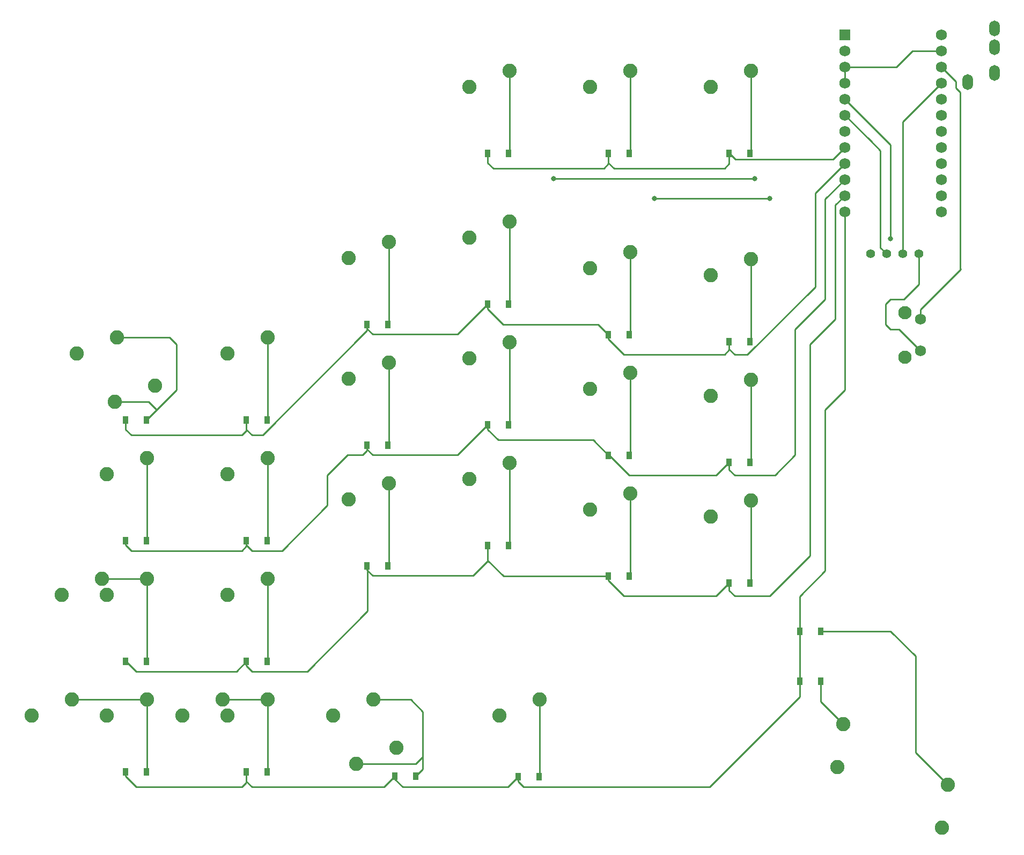
<source format=gbl>
G04 #@! TF.GenerationSoftware,KiCad,Pcbnew,5.1.10*
G04 #@! TF.CreationDate,2022-03-09T15:21:35-05:00*
G04 #@! TF.ProjectId,bourbondox2_left,626f7572-626f-46e6-946f-78325f6c6566,rev?*
G04 #@! TF.SameCoordinates,Original*
G04 #@! TF.FileFunction,Copper,L2,Bot*
G04 #@! TF.FilePolarity,Positive*
%FSLAX46Y46*%
G04 Gerber Fmt 4.6, Leading zero omitted, Abs format (unit mm)*
G04 Created by KiCad (PCBNEW 5.1.10) date 2022-03-09 15:21:35*
%MOMM*%
%LPD*%
G01*
G04 APERTURE LIST*
G04 #@! TA.AperFunction,ComponentPad*
%ADD10C,2.250000*%
G04 #@! TD*
G04 #@! TA.AperFunction,ComponentPad*
%ADD11C,1.752600*%
G04 #@! TD*
G04 #@! TA.AperFunction,ComponentPad*
%ADD12R,1.752600X1.752600*%
G04 #@! TD*
G04 #@! TA.AperFunction,ComponentPad*
%ADD13C,2.100000*%
G04 #@! TD*
G04 #@! TA.AperFunction,ComponentPad*
%ADD14C,1.750000*%
G04 #@! TD*
G04 #@! TA.AperFunction,ComponentPad*
%ADD15C,1.397000*%
G04 #@! TD*
G04 #@! TA.AperFunction,ComponentPad*
%ADD16O,1.700000X2.500000*%
G04 #@! TD*
G04 #@! TA.AperFunction,SMDPad,CuDef*
%ADD17R,0.900000X1.200000*%
G04 #@! TD*
G04 #@! TA.AperFunction,ViaPad*
%ADD18C,0.800000*%
G04 #@! TD*
G04 #@! TA.AperFunction,Conductor*
%ADD19C,0.250000*%
G04 #@! TD*
G04 APERTURE END LIST*
D10*
G04 #@! TO.P,MX42_2,2*
G04 #@! TO.N,Net-(D42-Pad2)*
X147779290Y-127481100D03*
G04 #@! TO.P,MX42_2,1*
G04 #@! TO.N,col2*
X141429290Y-130021100D03*
G04 #@! TD*
G04 #@! TO.P,MX41_2,2*
G04 #@! TO.N,Net-(D41-Pad2)*
X123966790Y-127481100D03*
G04 #@! TO.P,MX41_2,1*
G04 #@! TO.N,col1*
X117616790Y-130021100D03*
G04 #@! TD*
G04 #@! TO.P,MX40_2,2*
G04 #@! TO.N,Net-(D40-Pad2)*
X100154290Y-127481100D03*
G04 #@! TO.P,MX40_2,1*
G04 #@! TO.N,col0*
X93804290Y-130021100D03*
G04 #@! TD*
G04 #@! TO.P,MX30_2,2*
G04 #@! TO.N,Net-(D30-Pad2)*
X104921050Y-108435140D03*
G04 #@! TO.P,MX30_2,1*
G04 #@! TO.N,col0*
X98571050Y-110975140D03*
G04 #@! TD*
G04 #@! TO.P,MX10_2,2*
G04 #@! TO.N,Net-(D10-Pad2)*
X107302300Y-70335140D03*
G04 #@! TO.P,MX10_2,1*
G04 #@! TO.N,col0*
X100952300Y-72875140D03*
G04 #@! TD*
G04 #@! TO.P,MX45,2*
G04 #@! TO.N,Net-(D45-Pad2)*
X238443502Y-140918770D03*
G04 #@! TO.P,MX45,1*
G04 #@! TO.N,col5*
X237468206Y-147688032D03*
G04 #@! TD*
G04 #@! TO.P,MX44,2*
G04 #@! TO.N,Net-(D44-Pad2)*
X221945718Y-131393769D03*
G04 #@! TO.P,MX44,1*
G04 #@! TO.N,col4*
X220970422Y-138163031D03*
G04 #@! TD*
G04 #@! TO.P,MX43,2*
G04 #@! TO.N,Net-(D43-Pad2)*
X173973040Y-127481100D03*
G04 #@! TO.P,MX43,1*
G04 #@! TO.N,col3*
X167623040Y-130021100D03*
G04 #@! TD*
D11*
G04 #@! TO.P,U1,24*
G04 #@! TO.N,Net-(U1-Pad24)*
X237410000Y-22542500D03*
G04 #@! TO.P,U1,12*
G04 #@! TO.N,row4*
X222170000Y-50482500D03*
G04 #@! TO.P,U1,23*
G04 #@! TO.N,GND*
X237410000Y-25082500D03*
G04 #@! TO.P,U1,22*
G04 #@! TO.N,RESET*
X237410000Y-27622500D03*
G04 #@! TO.P,U1,21*
G04 #@! TO.N,VCC*
X237410000Y-30162500D03*
G04 #@! TO.P,U1,20*
G04 #@! TO.N,Net-(U1-Pad20)*
X237410000Y-32702500D03*
G04 #@! TO.P,U1,19*
G04 #@! TO.N,Net-(U1-Pad19)*
X237410000Y-35242500D03*
G04 #@! TO.P,U1,18*
G04 #@! TO.N,col0*
X237410000Y-37782500D03*
G04 #@! TO.P,U1,17*
G04 #@! TO.N,col1*
X237410000Y-40322500D03*
G04 #@! TO.P,U1,16*
G04 #@! TO.N,col2*
X237410000Y-42862500D03*
G04 #@! TO.P,U1,15*
G04 #@! TO.N,col3*
X237410000Y-45402500D03*
G04 #@! TO.P,U1,14*
G04 #@! TO.N,col4*
X237410000Y-47942500D03*
G04 #@! TO.P,U1,13*
G04 #@! TO.N,col5*
X237410000Y-50482500D03*
G04 #@! TO.P,U1,11*
G04 #@! TO.N,row3*
X222170000Y-47942500D03*
G04 #@! TO.P,U1,10*
G04 #@! TO.N,row2*
X222170000Y-45402500D03*
G04 #@! TO.P,U1,9*
G04 #@! TO.N,row1*
X222170000Y-42862500D03*
G04 #@! TO.P,U1,8*
G04 #@! TO.N,row0*
X222170000Y-40322500D03*
G04 #@! TO.P,U1,7*
G04 #@! TO.N,Net-(U1-Pad7)*
X222170000Y-37782500D03*
G04 #@! TO.P,U1,6*
G04 #@! TO.N,SCL*
X222170000Y-35242500D03*
G04 #@! TO.P,U1,5*
G04 #@! TO.N,SDA*
X222170000Y-32702500D03*
G04 #@! TO.P,U1,4*
G04 #@! TO.N,GND*
X222170000Y-30162500D03*
G04 #@! TO.P,U1,3*
X222170000Y-27622500D03*
G04 #@! TO.P,U1,2*
G04 #@! TO.N,DATA*
X222170000Y-25082500D03*
D12*
G04 #@! TO.P,U1,1*
G04 #@! TO.N,Net-(U1-Pad1)*
X222170000Y-22542500D03*
G04 #@! TD*
D13*
G04 #@! TO.P,SW1,*
G04 #@! TO.N,*
X231666250Y-66468750D03*
D14*
G04 #@! TO.P,SW1,1*
G04 #@! TO.N,RESET*
X234156250Y-67468750D03*
G04 #@! TO.P,SW1,2*
G04 #@! TO.N,GND*
X234156250Y-72468750D03*
D13*
G04 #@! TO.P,SW1,*
G04 #@! TO.N,*
X231666250Y-73478750D03*
G04 #@! TD*
D15*
G04 #@! TO.P,OL1,4*
G04 #@! TO.N,GND*
X233838750Y-57150000D03*
G04 #@! TO.P,OL1,3*
G04 #@! TO.N,VCC*
X231298750Y-57150000D03*
G04 #@! TO.P,OL1,2*
G04 #@! TO.N,SCL*
X228758750Y-57150000D03*
G04 #@! TO.P,OL1,1*
G04 #@! TO.N,SDA*
X226218750Y-57150000D03*
G04 #@! TD*
D10*
G04 #@! TO.P,MX42,2*
G04 #@! TO.N,Net-(D42-Pad2)*
X145080540Y-137641100D03*
G04 #@! TO.P,MX42,1*
G04 #@! TO.N,col2*
X151430540Y-135101100D03*
G04 #@! TD*
G04 #@! TO.P,MX41,2*
G04 #@! TO.N,Net-(D41-Pad2)*
X131110540Y-127481100D03*
G04 #@! TO.P,MX41,1*
G04 #@! TO.N,col1*
X124760540Y-130021100D03*
G04 #@! TD*
G04 #@! TO.P,MX40,2*
G04 #@! TO.N,Net-(D40-Pad2)*
X112060540Y-127481100D03*
G04 #@! TO.P,MX40,1*
G04 #@! TO.N,col0*
X105710540Y-130021100D03*
G04 #@! TD*
G04 #@! TO.P,MX35,2*
G04 #@! TO.N,Net-(D35-Pad2)*
X207327500Y-96045520D03*
G04 #@! TO.P,MX35,1*
G04 #@! TO.N,col5*
X200977500Y-98585520D03*
G04 #@! TD*
G04 #@! TO.P,MX34,2*
G04 #@! TO.N,Net-(D34-Pad2)*
X188277500Y-94965520D03*
G04 #@! TO.P,MX34,1*
G04 #@! TO.N,col4*
X181927500Y-97505520D03*
G04 #@! TD*
G04 #@! TO.P,MX33,2*
G04 #@! TO.N,Net-(D33-Pad2)*
X169227500Y-90170000D03*
G04 #@! TO.P,MX33,1*
G04 #@! TO.N,col3*
X162877500Y-92710000D03*
G04 #@! TD*
G04 #@! TO.P,MX32,2*
G04 #@! TO.N,Net-(D32-Pad2)*
X150177500Y-93345000D03*
G04 #@! TO.P,MX32,1*
G04 #@! TO.N,col2*
X143827500Y-95885000D03*
G04 #@! TD*
G04 #@! TO.P,MX31,2*
G04 #@! TO.N,Net-(D31-Pad2)*
X131114800Y-108435140D03*
G04 #@! TO.P,MX31,1*
G04 #@! TO.N,col1*
X124764800Y-110975140D03*
G04 #@! TD*
G04 #@! TO.P,MX30,2*
G04 #@! TO.N,Net-(D30-Pad2)*
X112064800Y-108435140D03*
G04 #@! TO.P,MX30,1*
G04 #@! TO.N,col0*
X105714800Y-110975140D03*
G04 #@! TD*
G04 #@! TO.P,MX25,2*
G04 #@! TO.N,Net-(D25-Pad2)*
X207327500Y-76995520D03*
G04 #@! TO.P,MX25,1*
G04 #@! TO.N,col5*
X200977500Y-79535520D03*
G04 #@! TD*
G04 #@! TO.P,MX24,2*
G04 #@! TO.N,Net-(D24-Pad2)*
X188277500Y-75915520D03*
G04 #@! TO.P,MX24,1*
G04 #@! TO.N,col4*
X181927500Y-78455520D03*
G04 #@! TD*
G04 #@! TO.P,MX23,2*
G04 #@! TO.N,Net-(D23-Pad2)*
X169227500Y-71120000D03*
G04 #@! TO.P,MX23,1*
G04 #@! TO.N,col3*
X162877500Y-73660000D03*
G04 #@! TD*
G04 #@! TO.P,MX22,2*
G04 #@! TO.N,Net-(D22-Pad2)*
X150177500Y-74295000D03*
G04 #@! TO.P,MX22,1*
G04 #@! TO.N,col2*
X143827500Y-76835000D03*
G04 #@! TD*
G04 #@! TO.P,MX21,2*
G04 #@! TO.N,Net-(D21-Pad2)*
X131114800Y-89385140D03*
G04 #@! TO.P,MX21,1*
G04 #@! TO.N,col1*
X124764800Y-91925140D03*
G04 #@! TD*
G04 #@! TO.P,MX20,2*
G04 #@! TO.N,Net-(D20-Pad2)*
X112064800Y-89385140D03*
G04 #@! TO.P,MX20,1*
G04 #@! TO.N,col0*
X105714800Y-91925140D03*
G04 #@! TD*
G04 #@! TO.P,MX15,2*
G04 #@! TO.N,Net-(D15-Pad2)*
X207327500Y-57945520D03*
G04 #@! TO.P,MX15,1*
G04 #@! TO.N,col5*
X200977500Y-60485520D03*
G04 #@! TD*
G04 #@! TO.P,MX14,2*
G04 #@! TO.N,Net-(D14-Pad2)*
X188277500Y-56865520D03*
G04 #@! TO.P,MX14,1*
G04 #@! TO.N,col4*
X181927500Y-59405520D03*
G04 #@! TD*
G04 #@! TO.P,MX13,2*
G04 #@! TO.N,Net-(D13-Pad2)*
X169227500Y-52070000D03*
G04 #@! TO.P,MX13,1*
G04 #@! TO.N,col3*
X162877500Y-54610000D03*
G04 #@! TD*
G04 #@! TO.P,MX12,2*
G04 #@! TO.N,Net-(D12-Pad2)*
X150177500Y-55245000D03*
G04 #@! TO.P,MX12,1*
G04 #@! TO.N,col2*
X143827500Y-57785000D03*
G04 #@! TD*
G04 #@! TO.P,MX11,2*
G04 #@! TO.N,Net-(D11-Pad2)*
X131114800Y-70335140D03*
G04 #@! TO.P,MX11,1*
G04 #@! TO.N,col1*
X124764800Y-72875140D03*
G04 #@! TD*
G04 #@! TO.P,MX10,2*
G04 #@! TO.N,Net-(D10-Pad2)*
X106984800Y-80495140D03*
G04 #@! TO.P,MX10,1*
G04 #@! TO.N,col0*
X113334800Y-77955140D03*
G04 #@! TD*
G04 #@! TO.P,MX05,2*
G04 #@! TO.N,Net-(D05-Pad2)*
X207327500Y-28257500D03*
G04 #@! TO.P,MX05,1*
G04 #@! TO.N,col5*
X200977500Y-30797500D03*
G04 #@! TD*
G04 #@! TO.P,MX04,2*
G04 #@! TO.N,Net-(D04-Pad2)*
X188277500Y-28257500D03*
G04 #@! TO.P,MX04,1*
G04 #@! TO.N,col4*
X181927500Y-30797500D03*
G04 #@! TD*
G04 #@! TO.P,MX03,2*
G04 #@! TO.N,Net-(D03-Pad2)*
X169227500Y-28257500D03*
G04 #@! TO.P,MX03,1*
G04 #@! TO.N,col3*
X162877500Y-30797500D03*
G04 #@! TD*
D16*
G04 #@! TO.P,J1,A*
G04 #@! TO.N,Net-(J1-PadA)*
X241581250Y-30056250D03*
G04 #@! TO.P,J1,D*
G04 #@! TO.N,VCC*
X245781250Y-28556250D03*
G04 #@! TO.P,J1,C*
G04 #@! TO.N,GND*
X245781250Y-24556250D03*
G04 #@! TO.P,J1,B*
G04 #@! TO.N,DATA*
X245781250Y-21556250D03*
G04 #@! TD*
D17*
G04 #@! TO.P,D45,2*
G04 #@! TO.N,Net-(D45-Pad2)*
X218343750Y-116681250D03*
G04 #@! TO.P,D45,1*
G04 #@! TO.N,row4*
X215043750Y-116681250D03*
G04 #@! TD*
G04 #@! TO.P,D44,2*
G04 #@! TO.N,Net-(D44-Pad2)*
X218343750Y-124618750D03*
G04 #@! TO.P,D44,1*
G04 #@! TO.N,row4*
X215043750Y-124618750D03*
G04 #@! TD*
G04 #@! TO.P,D43,2*
G04 #@! TO.N,Net-(D43-Pad2)*
X173893750Y-139700000D03*
G04 #@! TO.P,D43,1*
G04 #@! TO.N,row4*
X170593750Y-139700000D03*
G04 #@! TD*
G04 #@! TO.P,D42,2*
G04 #@! TO.N,Net-(D42-Pad2)*
X154480000Y-139570000D03*
G04 #@! TO.P,D42,1*
G04 #@! TO.N,row4*
X151180000Y-139570000D03*
G04 #@! TD*
G04 #@! TO.P,D41,2*
G04 #@! TO.N,Net-(D41-Pad2)*
X131014290Y-138911100D03*
G04 #@! TO.P,D41,1*
G04 #@! TO.N,row4*
X127714290Y-138911100D03*
G04 #@! TD*
G04 #@! TO.P,D40,2*
G04 #@! TO.N,Net-(D40-Pad2)*
X111964290Y-138911100D03*
G04 #@! TO.P,D40,1*
G04 #@! TO.N,row4*
X108664290Y-138911100D03*
G04 #@! TD*
G04 #@! TO.P,D35,2*
G04 #@! TO.N,Net-(D35-Pad2)*
X207231250Y-109063020D03*
G04 #@! TO.P,D35,1*
G04 #@! TO.N,row3*
X203931250Y-109063020D03*
G04 #@! TD*
G04 #@! TO.P,D34,2*
G04 #@! TO.N,Net-(D34-Pad2)*
X188181250Y-107983020D03*
G04 #@! TO.P,D34,1*
G04 #@! TO.N,row3*
X184881250Y-107983020D03*
G04 #@! TD*
G04 #@! TO.P,D33,2*
G04 #@! TO.N,Net-(D33-Pad2)*
X169131250Y-103187500D03*
G04 #@! TO.P,D33,1*
G04 #@! TO.N,row3*
X165831250Y-103187500D03*
G04 #@! TD*
G04 #@! TO.P,D32,2*
G04 #@! TO.N,Net-(D32-Pad2)*
X150081250Y-106362500D03*
G04 #@! TO.P,D32,1*
G04 #@! TO.N,row3*
X146781250Y-106362500D03*
G04 #@! TD*
G04 #@! TO.P,D31,2*
G04 #@! TO.N,Net-(D31-Pad2)*
X131018550Y-121452640D03*
G04 #@! TO.P,D31,1*
G04 #@! TO.N,row3*
X127718550Y-121452640D03*
G04 #@! TD*
G04 #@! TO.P,D30,2*
G04 #@! TO.N,Net-(D30-Pad2)*
X111968550Y-121452640D03*
G04 #@! TO.P,D30,1*
G04 #@! TO.N,row3*
X108668550Y-121452640D03*
G04 #@! TD*
G04 #@! TO.P,D25,2*
G04 #@! TO.N,Net-(D25-Pad2)*
X207231250Y-90013020D03*
G04 #@! TO.P,D25,1*
G04 #@! TO.N,row2*
X203931250Y-90013020D03*
G04 #@! TD*
G04 #@! TO.P,D24,2*
G04 #@! TO.N,Net-(D24-Pad2)*
X188181250Y-88933020D03*
G04 #@! TO.P,D24,1*
G04 #@! TO.N,row2*
X184881250Y-88933020D03*
G04 #@! TD*
G04 #@! TO.P,D23,2*
G04 #@! TO.N,Net-(D23-Pad2)*
X169131250Y-84137500D03*
G04 #@! TO.P,D23,1*
G04 #@! TO.N,row2*
X165831250Y-84137500D03*
G04 #@! TD*
G04 #@! TO.P,D22,2*
G04 #@! TO.N,Net-(D22-Pad2)*
X150081250Y-87312500D03*
G04 #@! TO.P,D22,1*
G04 #@! TO.N,row2*
X146781250Y-87312500D03*
G04 #@! TD*
G04 #@! TO.P,D21,2*
G04 #@! TO.N,Net-(D21-Pad2)*
X131018550Y-102402640D03*
G04 #@! TO.P,D21,1*
G04 #@! TO.N,row2*
X127718550Y-102402640D03*
G04 #@! TD*
G04 #@! TO.P,D20,2*
G04 #@! TO.N,Net-(D20-Pad2)*
X111968550Y-102402640D03*
G04 #@! TO.P,D20,1*
G04 #@! TO.N,row2*
X108668550Y-102402640D03*
G04 #@! TD*
G04 #@! TO.P,D15,2*
G04 #@! TO.N,Net-(D15-Pad2)*
X207231250Y-70963020D03*
G04 #@! TO.P,D15,1*
G04 #@! TO.N,row1*
X203931250Y-70963020D03*
G04 #@! TD*
G04 #@! TO.P,D14,2*
G04 #@! TO.N,Net-(D14-Pad2)*
X188181250Y-69883020D03*
G04 #@! TO.P,D14,1*
G04 #@! TO.N,row1*
X184881250Y-69883020D03*
G04 #@! TD*
G04 #@! TO.P,D13,2*
G04 #@! TO.N,Net-(D13-Pad2)*
X169131250Y-65087500D03*
G04 #@! TO.P,D13,1*
G04 #@! TO.N,row1*
X165831250Y-65087500D03*
G04 #@! TD*
G04 #@! TO.P,D12,2*
G04 #@! TO.N,Net-(D12-Pad2)*
X150081250Y-68262500D03*
G04 #@! TO.P,D12,1*
G04 #@! TO.N,row1*
X146781250Y-68262500D03*
G04 #@! TD*
G04 #@! TO.P,D11,2*
G04 #@! TO.N,Net-(D11-Pad2)*
X131018550Y-83352640D03*
G04 #@! TO.P,D11,1*
G04 #@! TO.N,row1*
X127718550Y-83352640D03*
G04 #@! TD*
G04 #@! TO.P,D10,2*
G04 #@! TO.N,Net-(D10-Pad2)*
X111968550Y-83352640D03*
G04 #@! TO.P,D10,1*
G04 #@! TO.N,row1*
X108668550Y-83352640D03*
G04 #@! TD*
G04 #@! TO.P,D05,2*
G04 #@! TO.N,Net-(D05-Pad2)*
X207231250Y-41275000D03*
G04 #@! TO.P,D05,1*
G04 #@! TO.N,row0*
X203931250Y-41275000D03*
G04 #@! TD*
G04 #@! TO.P,D04,2*
G04 #@! TO.N,Net-(D04-Pad2)*
X188181250Y-41275000D03*
G04 #@! TO.P,D04,1*
G04 #@! TO.N,row0*
X184881250Y-41275000D03*
G04 #@! TD*
G04 #@! TO.P,D03,2*
G04 #@! TO.N,Net-(D03-Pad2)*
X169131250Y-41275000D03*
G04 #@! TO.P,D03,1*
G04 #@! TO.N,row0*
X165831250Y-41275000D03*
G04 #@! TD*
D18*
G04 #@! TO.N,col3*
X176212500Y-45243750D03*
X207962500Y-45243750D03*
G04 #@! TO.N,col4*
X192087500Y-48418750D03*
X210343750Y-48418750D03*
G04 #@! TO.N,SDA*
X229393750Y-54768750D03*
G04 #@! TD*
D19*
G04 #@! TO.N,row0*
X165831250Y-41275000D02*
X165831250Y-42800000D01*
X165831250Y-42800000D02*
X166687500Y-43656250D01*
X166687500Y-43656250D02*
X184150000Y-43656250D01*
X184881250Y-42925000D02*
X184881250Y-41275000D01*
X184150000Y-43656250D02*
X184881250Y-42925000D01*
X203200000Y-43656250D02*
X203931250Y-42925000D01*
X185737500Y-43656250D02*
X203200000Y-43656250D01*
X184881250Y-42800000D02*
X185737500Y-43656250D01*
X203931250Y-42925000D02*
X203931250Y-41275000D01*
X184881250Y-41275000D02*
X184881250Y-42800000D01*
X203931250Y-41275000D02*
X203993750Y-41275000D01*
X220292499Y-42200001D02*
X222170000Y-40322500D01*
X204918751Y-42200001D02*
X220292499Y-42200001D01*
X203993750Y-41275000D02*
X204918751Y-42200001D01*
G04 #@! TO.N,row1*
X108668550Y-83352640D02*
X108668550Y-84856050D01*
X108668550Y-84856050D02*
X109537500Y-85725000D01*
X109537500Y-85725000D02*
X127000000Y-85725000D01*
X127000000Y-85725000D02*
X127793750Y-84931250D01*
X127718550Y-84856050D02*
X127718550Y-83352640D01*
X127793750Y-84931250D02*
X127718550Y-84856050D01*
X127718550Y-84856050D02*
X128587500Y-85725000D01*
X146781250Y-69224942D02*
X146781250Y-68262500D01*
X130281192Y-85725000D02*
X146781250Y-69224942D01*
X128587500Y-85725000D02*
X130281192Y-85725000D01*
X146781250Y-68262500D02*
X146781250Y-68993750D01*
X146781250Y-68993750D02*
X147637500Y-69850000D01*
X161068750Y-69850000D02*
X165831250Y-65087500D01*
X147637500Y-69850000D02*
X161068750Y-69850000D01*
X165831250Y-65087500D02*
X165831250Y-65818750D01*
X165831250Y-65818750D02*
X168275000Y-68262500D01*
X183260730Y-68262500D02*
X184881250Y-69883020D01*
X168275000Y-68262500D02*
X183260730Y-68262500D01*
X184881250Y-69883020D02*
X184881250Y-70581250D01*
X184881250Y-70581250D02*
X187325000Y-73025000D01*
X187325000Y-73025000D02*
X203200000Y-73025000D01*
X203931250Y-72293750D02*
X203931250Y-70963020D01*
X203200000Y-73025000D02*
X203931250Y-72293750D01*
X203931250Y-70963020D02*
X203931250Y-72168750D01*
X203931250Y-72168750D02*
X204787500Y-73025000D01*
X206804272Y-73025000D02*
X217487500Y-62341772D01*
X204787500Y-73025000D02*
X206804272Y-73025000D01*
X217487500Y-47545000D02*
X222170000Y-42862500D01*
X217487500Y-62341772D02*
X217487500Y-47545000D01*
G04 #@! TO.N,Net-(D10-Pad2)*
X107302300Y-70335140D02*
X115578890Y-70335140D01*
X115578890Y-70335140D02*
X116681250Y-71437500D01*
X116681250Y-71437500D02*
X116681250Y-78639940D01*
X106984800Y-80495140D02*
X112245140Y-80495140D01*
X112245140Y-80495140D02*
X113535595Y-81785595D01*
X113535595Y-81785595D02*
X111968550Y-83352640D01*
X116681250Y-78639940D02*
X113535595Y-81785595D01*
G04 #@! TO.N,Net-(D11-Pad2)*
X131114800Y-83256390D02*
X131018550Y-83352640D01*
X131114800Y-70335140D02*
X131114800Y-83256390D01*
G04 #@! TO.N,Net-(D12-Pad2)*
X150177500Y-68166250D02*
X150081250Y-68262500D01*
X150177500Y-55245000D02*
X150177500Y-68166250D01*
G04 #@! TO.N,Net-(D13-Pad2)*
X169227500Y-64991250D02*
X169131250Y-65087500D01*
X169227500Y-52070000D02*
X169227500Y-64991250D01*
G04 #@! TO.N,row2*
X108668550Y-102402640D02*
X108668550Y-103112300D01*
X108668550Y-103112300D02*
X109537500Y-103981250D01*
X109537500Y-103981250D02*
X127000000Y-103981250D01*
X127718550Y-103262700D02*
X127718550Y-102402640D01*
X127000000Y-103981250D02*
X127718550Y-103262700D01*
X127718550Y-102402640D02*
X127718550Y-103112300D01*
X127718550Y-103112300D02*
X128587500Y-103981250D01*
X128587500Y-103981250D02*
X133350000Y-103981250D01*
X133350000Y-103981250D02*
X140493750Y-96837500D01*
X140493750Y-96837500D02*
X140493750Y-92075000D01*
X140493750Y-92075000D02*
X143668750Y-88900000D01*
X143668750Y-88900000D02*
X146050000Y-88900000D01*
X146781250Y-88168750D02*
X146781250Y-87312500D01*
X146050000Y-88900000D02*
X146781250Y-88168750D01*
X146781250Y-87312500D02*
X146781250Y-88043750D01*
X146781250Y-88043750D02*
X147637500Y-88900000D01*
X161068750Y-88900000D02*
X165831250Y-84137500D01*
X147637500Y-88900000D02*
X161068750Y-88900000D01*
X165831250Y-84137500D02*
X165831250Y-84868750D01*
X165831250Y-84868750D02*
X167481250Y-86518750D01*
X182466980Y-86518750D02*
X184881250Y-88933020D01*
X167481250Y-86518750D02*
X182466980Y-86518750D01*
X184881250Y-88933020D02*
X184976770Y-88933020D01*
X184976770Y-88933020D02*
X188118750Y-92075000D01*
X201869270Y-92075000D02*
X203931250Y-90013020D01*
X188118750Y-92075000D02*
X201869270Y-92075000D01*
X219075000Y-48497500D02*
X222170000Y-45402500D01*
X219075000Y-64293750D02*
X219075000Y-48497500D01*
X214312500Y-69056250D02*
X219075000Y-64293750D01*
X214312500Y-88900000D02*
X214312500Y-69056250D01*
X211137500Y-92075000D02*
X214312500Y-88900000D01*
X203931250Y-91218750D02*
X204787500Y-92075000D01*
X204787500Y-92075000D02*
X211137500Y-92075000D01*
X203931250Y-90013020D02*
X203931250Y-91218750D01*
G04 #@! TO.N,Net-(D14-Pad2)*
X188277500Y-69786770D02*
X188181250Y-69883020D01*
X188277500Y-56865520D02*
X188277500Y-69786770D01*
G04 #@! TO.N,Net-(D15-Pad2)*
X207327500Y-70866770D02*
X207231250Y-70963020D01*
X207327500Y-57945520D02*
X207327500Y-70866770D01*
G04 #@! TO.N,row3*
X108668550Y-121452640D02*
X108752640Y-121452640D01*
X108752640Y-121452640D02*
X110331250Y-123031250D01*
X126139940Y-123031250D02*
X127718550Y-121452640D01*
X110331250Y-123031250D02*
X126139940Y-123031250D01*
X146843750Y-106425000D02*
X146781250Y-106362500D01*
X137318750Y-123031250D02*
X146843750Y-113506250D01*
X146843750Y-113506250D02*
X146843750Y-106425000D01*
X128587500Y-123031250D02*
X137318750Y-123031250D01*
X127718550Y-122162300D02*
X128587500Y-123031250D01*
X127718550Y-121452640D02*
X127718550Y-122162300D01*
X146781250Y-106362500D02*
X146781250Y-107093750D01*
X146781250Y-107093750D02*
X147637500Y-107950000D01*
X147637500Y-107950000D02*
X163512500Y-107950000D01*
X165831250Y-105631250D02*
X165831250Y-103187500D01*
X163512500Y-107950000D02*
X165831250Y-105631250D01*
X165831250Y-103187500D02*
X165831250Y-105506250D01*
X168308020Y-107983020D02*
X184881250Y-107983020D01*
X165831250Y-105506250D02*
X168308020Y-107983020D01*
X184881250Y-107983020D02*
X184881250Y-108681250D01*
X184881250Y-108681250D02*
X187325000Y-111125000D01*
X201869270Y-111125000D02*
X203931250Y-109063020D01*
X187325000Y-111125000D02*
X201869270Y-111125000D01*
X203931250Y-109063020D02*
X203931250Y-110268750D01*
X203931250Y-110268750D02*
X204787500Y-111125000D01*
X204787500Y-111125000D02*
X210343750Y-111125000D01*
X210343750Y-111125000D02*
X216693750Y-104775000D01*
X216693750Y-104775000D02*
X216693750Y-71437500D01*
X216693750Y-71437500D02*
X220662500Y-67468750D01*
X220662500Y-49450000D02*
X222170000Y-47942500D01*
X220662500Y-67468750D02*
X220662500Y-49450000D01*
G04 #@! TO.N,Net-(D20-Pad2)*
X112064800Y-102306390D02*
X111968550Y-102402640D01*
X112064800Y-89385140D02*
X112064800Y-102306390D01*
G04 #@! TO.N,Net-(D21-Pad2)*
X131114800Y-102306390D02*
X131018550Y-102402640D01*
X131114800Y-89385140D02*
X131114800Y-102306390D01*
G04 #@! TO.N,Net-(D22-Pad2)*
X150177500Y-87216250D02*
X150081250Y-87312500D01*
X150177500Y-74295000D02*
X150177500Y-87216250D01*
G04 #@! TO.N,Net-(D23-Pad2)*
X169227500Y-84041250D02*
X169131250Y-84137500D01*
X169227500Y-71120000D02*
X169227500Y-84041250D01*
G04 #@! TO.N,Net-(D24-Pad2)*
X188277500Y-88836770D02*
X188181250Y-88933020D01*
X188277500Y-75915520D02*
X188277500Y-88836770D01*
G04 #@! TO.N,Net-(D25-Pad2)*
X207327500Y-89916770D02*
X207231250Y-90013020D01*
X207327500Y-76995520D02*
X207327500Y-89916770D01*
G04 #@! TO.N,row4*
X108664290Y-138911100D02*
X108664290Y-139620540D01*
X108664290Y-139620540D02*
X110331250Y-141287500D01*
X110331250Y-141287500D02*
X127000000Y-141287500D01*
X127714290Y-140573210D02*
X127714290Y-138911100D01*
X127000000Y-141287500D02*
X127714290Y-140573210D01*
X127714290Y-138911100D02*
X127714290Y-140414290D01*
X127714290Y-140414290D02*
X128587500Y-141287500D01*
X149462500Y-141287500D02*
X151180000Y-139570000D01*
X128587500Y-141287500D02*
X149462500Y-141287500D01*
X151180000Y-139570000D02*
X151180000Y-140067500D01*
X151180000Y-140067500D02*
X152400000Y-141287500D01*
X169006250Y-141287500D02*
X170593750Y-139700000D01*
X152400000Y-141287500D02*
X169006250Y-141287500D01*
X170593750Y-139700000D02*
X170593750Y-140431250D01*
X170593750Y-140431250D02*
X171450000Y-141287500D01*
X171450000Y-141287500D02*
X200818750Y-141287500D01*
X215043750Y-127062500D02*
X215043750Y-124618750D01*
X200818750Y-141287500D02*
X215043750Y-127062500D01*
X215043750Y-124618750D02*
X215043750Y-116681250D01*
X215043750Y-116681250D02*
X215043750Y-111187500D01*
X215043750Y-111187500D02*
X219075000Y-107156250D01*
X219075000Y-107156250D02*
X219075000Y-81756250D01*
X222170000Y-78661250D02*
X222170000Y-50482500D01*
X219075000Y-81756250D02*
X222170000Y-78661250D01*
G04 #@! TO.N,Net-(D30-Pad2)*
X104921050Y-108435140D02*
X112064800Y-108435140D01*
X112064800Y-121356390D02*
X111968550Y-121452640D01*
X112064800Y-108435140D02*
X112064800Y-121356390D01*
G04 #@! TO.N,VCC*
X231298750Y-36273750D02*
X237410000Y-30162500D01*
X231298750Y-57150000D02*
X231298750Y-36273750D01*
G04 #@! TO.N,GND*
X231457500Y-64293750D02*
X233838750Y-61912500D01*
X229393750Y-64293750D02*
X231457500Y-64293750D01*
X228600000Y-65087500D02*
X229393750Y-64293750D01*
X228600000Y-68262500D02*
X228600000Y-65087500D01*
X229393750Y-69056250D02*
X228600000Y-68262500D01*
X230743750Y-69056250D02*
X229393750Y-69056250D01*
X234156250Y-72468750D02*
X230743750Y-69056250D01*
X237410000Y-25082500D02*
X232886250Y-25082500D01*
X230346250Y-27622500D02*
X222170000Y-27622500D01*
X232886250Y-25082500D02*
X230346250Y-27622500D01*
X222170000Y-30162500D02*
X222170000Y-27622500D01*
X233838750Y-61912500D02*
X233838750Y-57150000D01*
G04 #@! TO.N,col3*
X176212500Y-45243750D02*
X207962500Y-45243750D01*
X207962500Y-45243750D02*
X207962500Y-45243750D01*
G04 #@! TO.N,col4*
X192087500Y-48418750D02*
X210343750Y-48418750D01*
X210343750Y-48418750D02*
X210343750Y-48418750D01*
G04 #@! TO.N,SCL*
X226218750Y-39291250D02*
X222170000Y-35242500D01*
X228758750Y-57150000D02*
X227806250Y-56197500D01*
X227806250Y-40878750D02*
X226218750Y-39291250D01*
X227806250Y-56197500D02*
X227806250Y-40878750D01*
G04 #@! TO.N,SDA*
X228600000Y-39132500D02*
X222170000Y-32702500D01*
X229393750Y-39926250D02*
X228600000Y-39132500D01*
X229393750Y-54768750D02*
X229393750Y-39926250D01*
G04 #@! TO.N,RESET*
X234156250Y-67468750D02*
X234156250Y-65881250D01*
X234156250Y-65881250D02*
X240506250Y-59531250D01*
X240406240Y-59431240D02*
X240406240Y-31649990D01*
X240506250Y-59531250D02*
X240406240Y-59431240D01*
X240406240Y-31649990D02*
X239712500Y-30956250D01*
X239712500Y-29925000D02*
X237410000Y-27622500D01*
X239712500Y-30956250D02*
X239712500Y-29925000D01*
G04 #@! TO.N,Net-(D03-Pad2)*
X169227500Y-41178750D02*
X169131250Y-41275000D01*
X169227500Y-28257500D02*
X169227500Y-41178750D01*
G04 #@! TO.N,Net-(D04-Pad2)*
X188277500Y-41178750D02*
X188181250Y-41275000D01*
X188277500Y-28257500D02*
X188277500Y-41178750D01*
G04 #@! TO.N,Net-(D05-Pad2)*
X207327500Y-41178750D02*
X207231250Y-41275000D01*
X207327500Y-28257500D02*
X207327500Y-41178750D01*
G04 #@! TO.N,Net-(D31-Pad2)*
X131114800Y-121356390D02*
X131018550Y-121452640D01*
X131114800Y-108435140D02*
X131114800Y-121356390D01*
G04 #@! TO.N,Net-(D32-Pad2)*
X150177500Y-106266250D02*
X150081250Y-106362500D01*
X150177500Y-93345000D02*
X150177500Y-106266250D01*
G04 #@! TO.N,Net-(D33-Pad2)*
X169227500Y-103091250D02*
X169131250Y-103187500D01*
X169227500Y-90170000D02*
X169227500Y-103091250D01*
G04 #@! TO.N,Net-(D34-Pad2)*
X188277500Y-107886770D02*
X188181250Y-107983020D01*
X188277500Y-94965520D02*
X188277500Y-107886770D01*
G04 #@! TO.N,Net-(D35-Pad2)*
X207327500Y-108966770D02*
X207231250Y-109063020D01*
X207327500Y-96045520D02*
X207327500Y-108966770D01*
G04 #@! TO.N,Net-(D40-Pad2)*
X100154290Y-127481100D02*
X112060540Y-127481100D01*
X112060540Y-138814850D02*
X111964290Y-138911100D01*
X112060540Y-127481100D02*
X112060540Y-138814850D01*
G04 #@! TO.N,Net-(D41-Pad2)*
X123966790Y-127481100D02*
X131110540Y-127481100D01*
X131110540Y-138814850D02*
X131014290Y-138911100D01*
X131110540Y-127481100D02*
X131110540Y-138814850D01*
G04 #@! TO.N,Net-(D42-Pad2)*
X147779290Y-127481100D02*
X153674850Y-127481100D01*
X153674850Y-127481100D02*
X155575000Y-129381250D01*
X155575000Y-138475000D02*
X154480000Y-139570000D01*
X154458900Y-137641100D02*
X155575000Y-136525000D01*
X155575000Y-136525000D02*
X155575000Y-138475000D01*
X145080540Y-137641100D02*
X154458900Y-137641100D01*
X155575000Y-129381250D02*
X155575000Y-136525000D01*
G04 #@! TO.N,Net-(D43-Pad2)*
X173973040Y-139620710D02*
X173893750Y-139700000D01*
X173973040Y-127481100D02*
X173973040Y-139620710D01*
G04 #@! TO.N,Net-(D44-Pad2)*
X218343750Y-127791801D02*
X221945718Y-131393769D01*
X218343750Y-124618750D02*
X218343750Y-127791801D01*
G04 #@! TO.N,Net-(D45-Pad2)*
X218343750Y-116681250D02*
X229393750Y-116681250D01*
X229393750Y-116681250D02*
X233362500Y-120650000D01*
X233362500Y-135837768D02*
X238443502Y-140918770D01*
X233362500Y-120650000D02*
X233362500Y-135837768D01*
G04 #@! TD*
M02*

</source>
